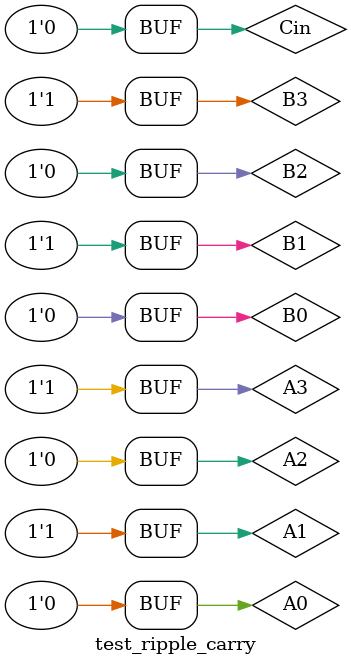
<source format=v>
`timescale 1ns / 1ps

module test_ripple_carry();
	
	reg A0,A1,A2,A3;
	reg B0,B1,B2,B3;
	reg Cin;
	
	wire S0;
	wire S1;
	wire S2;
	wire S3;
	wire Cout3;
	
	ripple_carry uut(
		.A3(A3),
		.A2(A2),
		.A1(A1),
		.A0(A0),
		.B3(B3),
		.B2(B2),
		.B1(B1),
		.B0(B0),
		.Cin(Cin),
		.S0(S0),
		.S1(S1),
		.S2(S2),
		.S3(S3),
		.Cout3(Cout3)
	);
	
	//the results are correct, but I need to get the $display statements to work correctly
	initial begin
		//3 + 5
		A3 = 1'b0;
		A2 = 1'b0;
		A1 = 1'b1;
		A0 = 1'b1;
	
		B3 = 1'b0;
		B2 = 1'b1;
		B1 = 1'b0;
		B0 = 1'b1;
		
		Cin = 0;
		
		//7 + 7
		#10
		A3 = 1'b0;
		A2 = 1'b1;
		A1 = 1'b1;
		A0 = 1'b1;
	
		B3 = 1'b0;
		B2 = 1'b1;
		B1 = 1'b1;
		B0 = 1'b1;
		
		Cin = 0;	
		
		//9 + 6
		#10
		A3 = 1'b1;
		A2 = 1'b0;
		A1 = 1'b0;
		A0 = 1'b1;
	
		B3 = 1'b0;
		B2 = 1'b1;
		B1 = 1'b1;
		B0 = 1'b0;
		
		Cin = 0;
		
		//10 + 10
		#10
		A3 = 1'b1;
		A2 = 1'b0;
		A1 = 1'b1;
		A0 = 1'b0;
	
		B3 = 1'b1;
		B2 = 1'b0;
		B1 = 1'b1;
		B0 = 1'b0;
		
		Cin = 0;
	end 
endmodule 
</source>
